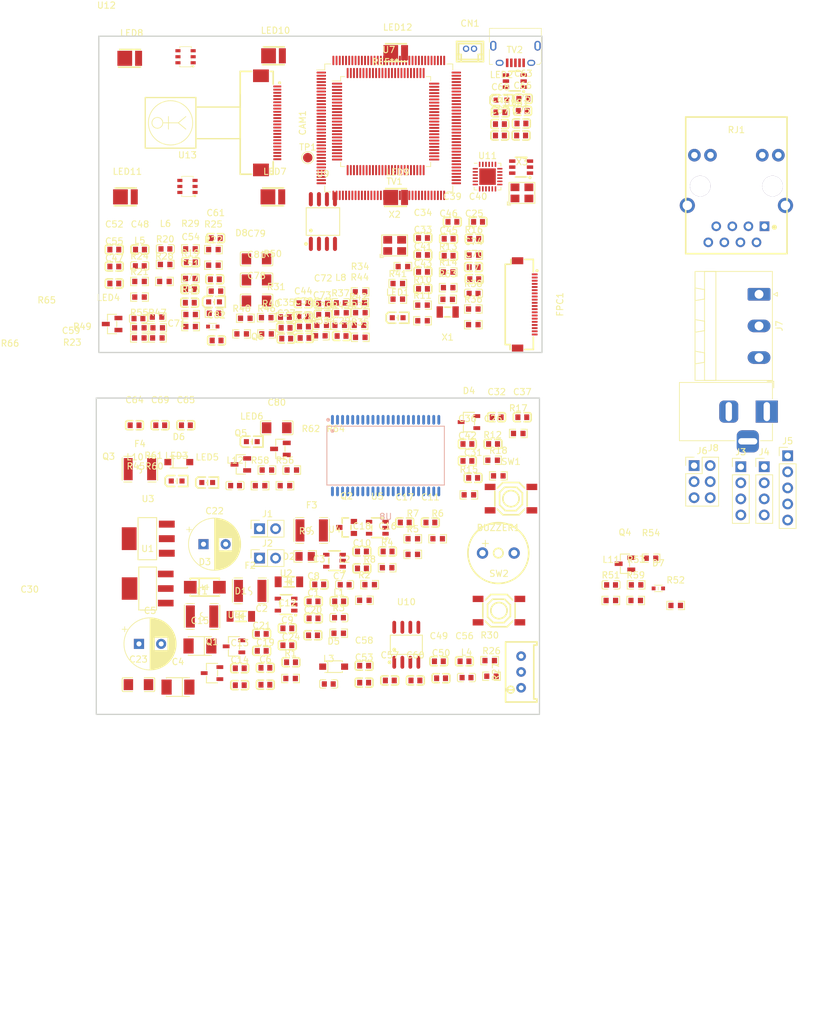
<source format=kicad_pcb>
(kicad_pcb (version 20211014) (generator pcbnew)
  (layers (0 "F.Cu" signal) (1 "In1.Cu" signal) (2 "In2.Cu" signal) (31 "B.Cu" signal) (34 "B.Paste" user) (35 "F.Paste" user) (36 "B.SilkS" user "B.Silkscreen") (37 "F.SilkS" user "F.Silkscreen") (38 "B.Mask" user) (39 "F.Mask" user) (44 "Edge.Cuts" user))
  (property "BOARDNAME" "CCTV3_F407ZET_REV100")
  (net 0 "")
  (net 1 "GND")
  (net 2 "Net-(BUZZER1-Pad2)")
  (net 3 "+5V")
  (net 4 "+12V")
  (net 5 "/POWER/LDO_5V")
  (net 6 "Net-(C5-Pad1)")
  (net 7 "+3V3")
  (net 8 "/POWER/LDO_3.3V")
  (net 9 "+2V8")
  (net 10 "Net-(C18-Pad1)")
  (net 11 "+3.3V")
  (net 12 "+2V5")
  (net 13 "GNDA")
  (net 14 "VDDA")
  (net 15 "Net-(C40-Pad2)")
  (net 16 "Net-(C41-Pad1)")
  (net 17 "Net-(C42-Pad1)")
  (net 18 "Net-(C43-Pad1)")
  (net 19 "Net-(C44-Pad1)")
  (net 20 "Net-(C45-Pad1)")
  (net 21 "Net-(C46-Pad1)")
  (net 22 "VDDF")
  (net 23 "+1V35")
  (net 24 "PE3")
  (net 25 "PA3")
  (net 26 "Net-(C63-Pad2)")
  (net 27 "RXCT")
  (net 28 "TXP")
  (net 29 "TXN")
  (net 30 "RXP")
  (net 31 "RXN")
  (net 32 "Net-(C75-Pad1)")
  (net 33 "Net-(C76-Pad1)")
  (net 34 "NRST")
  (net 35 "Net-(C78-Pad1)")
  (net 36 "Net-(C80-Pad1)")
  (net 37 "Net-(C82-Pad1)")
  (net 39 "PB9")
  (net 40 "PB8")
  (net 41 "PB7")
  (net 42 "PE2")
  (net 43 "PA4")
  (net 44 "PE6")
  (net 45 "MCO1")
  (net 46 "PB6")
  (net 47 "PA6")
  (net 48 "PE4")
  (net 49 "PA9")
  (net 50 "PC9")
  (net 51 "PC7")
  (net 52 "PC8")
  (net 55 "Net-(D1-Pad1)")
  (net 56 "Net-(D2-Pad1)")
  (net 57 "Net-(D5-Pad2)")
  (net 58 "Net-(D5-Pad1)")
  (net 59 "Net-(D6-Pad2)")
  (net 60 "Net-(F4-Pad2)")
  (net 61 "VBUS")
  (net 62 "Net-(J2-Pad2)")
  (net 63 "Net-(J3-Pad1)")
  (net 64 "PA13")
  (net 65 "PA14")
  (net 66 "Net-(J4-Pad1)")
  (net 67 "PC11")
  (net 68 "PC10")
  (net 69 "Net-(J5-Pad5)")
  (net 70 "Net-(J6-Pad3)")
  (net 71 "Net-(J6-Pad4)")
  (net 72 "+12VA")
  (net 73 "Net-(L8-Pad1)")
  (net 74 "Net-(L10-Pad1)")
  (net 75 "Net-(LED1-Pad2)")
  (net 76 "/PHY,Ethernet/LINK")
  (net 77 "Net-(LED2-Pad2)")
  (net 78 "/PHY,Ethernet/SPD")
  (net 79 "Net-(LED3-Pad2)")
  (net 80 "Net-(LED4-Pad2)")
  (net 81 "Net-(LED5-Pad2)")
  (net 82 "Net-(LED6-Pad2)")
  (net 83 "Net-(LED7-Pad2)")
  (net 84 "Net-(LED7-Pad1)")
  (net 85 "Net-(LED8-Pad2)")
  (net 86 "Net-(LED10-Pad2)")
  (net 87 "Net-(LED10-Pad1)")
  (net 88 "Net-(LED11-Pad2)")
  (net 89 "Net-(Q3-Pad1)")
  (net 90 "Net-(Q3-Pad3)")
  (net 91 "Net-(Q4-Pad1)")
  (net 92 "Net-(Q4-Pad3)")
  (net 93 "Net-(Q5-Pad1)")
  (net 94 "Net-(Q5-Pad3)")
  (net 95 "Net-(Q6-Pad1)")
  (net 96 "Net-(R1-Pad2)")
  (net 97 "Net-(R4-Pad1)")
  (net 98 "Net-(R7-Pad2)")
  (net 99 "Net-(R8-Pad1)")
  (net 100 "PDR_ON")
  (net 101 "BOOT0")
  (net 102 "BOOT1")
  (net 103 "PG12")
  (net 104 "Net-(R24-Pad2)")
  (net 105 "Net-(R24-Pad1)")
  (net 106 "PB12")
  (net 107 "Net-(R27-Pad2)")
  (net 108 "Net-(R27-Pad1)")
  (net 110 "PA7")
  (net 111 "PC5")
  (net 112 "PC4")
  (net 113 "Net-(R40-Pad1)")
  (net 114 "Net-(R41-Pad2)")
  (net 115 "/USB,LED,BUZZ,IO,BTB/ID")
  (net 116 "PA10")
  (net 117 "PF11")
  (net 118 "PG15")
  (net 119 "/USB,LED,BUZZ,IO,BTB/VSYNC")
  (net 120 "PF6")
  (net 121 "Net-(R59-Pad2)")
  (net 122 "PA0")
  (net 123 "PF7")
  (net 124 "Net-(R64-Pad2)")
  (net 125 "PF8")
  (net 126 "Net-(R66-Pad2)")
  (net 129 "PA11")
  (net 130 "PA12")
  (net 131 "PE5")
  (net 132 "PC13")
  (net 133 "PF0")
  (net 134 "PF1")
  (net 135 "PF2")
  (net 136 "PF4")
  (net 137 "PF5")
  (net 138 "PF9")
  (net 139 "PF10")
  (net 140 "PC0")
  (net 141 "PC1")
  (net 142 "PC2")
  (net 143 "PC3")
  (net 144 "PA1")
  (net 145 "PA2")
  (net 146 "PA5")
  (net 147 "PB0")
  (net 148 "PB1")
  (net 149 "PF12")
  (net 150 "PF13")
  (net 151 "PF14")
  (net 152 "PF15")
  (net 153 "PG0")
  (net 154 "PG1")
  (net 155 "PE7")
  (net 156 "PE8")
  (net 157 "PE9")
  (net 158 "PE10")
  (net 159 "PE11")
  (net 160 "PE12")
  (net 161 "PE13")
  (net 162 "PE14")
  (net 163 "PE15")
  (net 164 "PB10")
  (net 165 "PB11")
  (net 166 "PB13")
  (net 167 "PB14")
  (net 168 "PB15")
  (net 169 "PD8")
  (net 170 "PD9")
  (net 171 "PD10")
  (net 172 "PD11")
  (net 173 "PD12")
  (net 174 "PD13")
  (net 175 "PD14")
  (net 176 "PD15")
  (net 177 "PG2")
  (net 178 "PG3")
  (net 179 "PG4")
  (net 180 "PG5")
  (net 181 "PG6")
  (net 182 "PG7")
  (net 183 "PG8")
  (net 184 "PC6")
  (net 185 "PA15")
  (net 186 "PC12")
  (net 187 "PD0")
  (net 188 "PD1")
  (net 189 "PD2")
  (net 190 "PD3")
  (net 191 "PD4")
  (net 192 "PD5")
  (net 193 "PD6")
  (net 194 "PD7")
  (net 195 "PG9")
  (net 196 "PG10")
  (net 197 "PG11")
  (net 198 "PG13")
  (net 199 "PG14")
  (net 200 "PB3")
  (net 201 "PB4")
  (net 202 "PB5")
  (net 203 "PE0")
  (net 204 "PE1")
  (net 205 "PF3")
  (net 208 "Net-(D4-Pad2)")
  (footprint "lcsc_parts:R0603" (layer "F.Cu") (at 111.2 115.7)
    (fp_text reference "R59")
    (fp_text value "0R")
  )
  (footprint "lcsc_parts:LED0603-R-RD_WHITE" (layer "F.Cu") (at 43.52 97.05)
    (fp_text reference "LED5")
    (fp_text value "0603")
  )
  (footprint "lcsc_parts:SOT-23-6_L2.9-W1.6-P0.95-LS2.8-BR" (layer "F.Cu") (at 93.1 47.2)
    (fp_text reference "TV1")
    (fp_text value "SRV05-4-P-T7")
  )
  (footprint "lcsc_parts:MICRO-USB-SMD_10118194-0001LF" (layer "F.Cu") (at 92.2 29.3625 180)
    (fp_text reference "USB1")
    (fp_text value "Micro")
  )
  (footprint "lcsc_parts:R0603" (layer "F.Cu") (at 40.9 72.4)
    (fp_text reference "R49")
    (fp_text value "0R")
  )
  (footprint "lcsc_parts:SOT-23-5_L3.0-W1.7-P0.95-LS2.8-BR" (layer "F.Cu") (at 63.625 109.41)
    (fp_text reference "U4")
    (fp_text value "MT9700")
  )
  (footprint "lcsc_parts:R0603" (layer "F.Cu") (at 64.45 72.2)
    (fp_text reference "R43")
    (fp_text value "4.7k")
  )
  (footprint "lcsc_parts:C0603" (layer "F.Cu") (at 84.62 93.64)
    (fp_text reference "C42")
    (fp_text value "100nF")
  )
  (footprint "Package_DFN_QFN:QFN-24-1EP_4x4mm_P0.5mm_EP2.6x2.6mm" (layer "F.Cu") (at 87.8 48.7)
    (fp_text reference "U11")
    (fp_text value "LAN8720A")
  )
  (footprint "lcsc_parts:SOT-23_L2.9-W1.3-P1.90-LS2.4-BR" (layer "F.Cu") (at 65.535 104.15)
    (fp_text reference "Q2")
    (fp_text value "AO3401A")
  )
  (footprint "lcsc_parts:R0603" (layer "F.Cu") (at 40.9 70.5)
    (fp_text reference "R57")
    (fp_text value "22k")
  )
  (footprint "lcsc_parts:CONN-TH_0530470210" (layer "F.Cu") (at 85.0275 28.4825)
    (fp_text reference "CN1")
    (fp_text value "VBAT")
  )
  (footprint "lcsc_parts:OSC-SMD_4P-L3.2-W2.5-BL" (layer "F.Cu") (at 73.13 59.57)
    (fp_text reference "X2")
    (fp_text value "25M")
  )
  (footprint "lcsc_parts:C0603" (layer "F.Cu") (at 52.13 120.98)
    (fp_text reference "C2")
    (fp_text value "1uF")
  )
  (footprint "lcsc_parts:R0603" (layer "F.Cu") (at 67.66 66.91)
    (fp_text reference "R34")
    (fp_text value "10k")
  )
  (footprint "lcsc_parts:LED-SMD_L3.3-W2.8-RD" (layer "F.Cu") (at 30.9075 51.9)
    (fp_text reference "LED11")
    (fp_text value "JE2835AWT")
  )
  (footprint "lcsc_parts:R0603" (layer "F.Cu") (at 85.63 61.1)
    (fp_text reference "R16")
    (fp_text value "10k")
  )
  (footprint "lcsc_parts:R0603" (layer "F.Cu") (at 56.69 128.03)
    (fp_text reference "R1")
    (fp_text value "4.7k")
  )
  (footprint "lcsc_parts:C0603" (layer "F.Cu") (at 64.74 73.89)
    (fp_text reference "C29")
    (fp_text value "100nF")
  )
  (footprint "lcsc_parts:R0603" (layer "F.Cu") (at 64.73 70.22)
    (fp_text reference "R37")
    (fp_text value "49.9R")
  )
  (footprint "lcsc_parts:C0603" (layer "F.Cu") (at 72.3575 128.34)
    (fp_text reference "C57")
    (fp_text value "100nF")
  )
  (footprint "lcsc_parts:R0805" (layer "F.Cu") (at 58.99 108.73)
    (fp_text reference "R9")
    (fp_text value "800R")
  )
  (footprint "lcsc_parts:R0603" (layer "F.Cu") (at 35.6 70.9)
    (fp_text reference "R61")
    (fp_text value "1k")
  )
  (footprint "lcsc_parts:R0603" (layer "F.Cu") (at 111.26 113.23)
    (fp_text reference "R53")
    (fp_text value "1k")
  )
  (footprint "lcsc_parts:L0603" (layer "F.Cu") (at 32.66 71.14)
    (fp_text reference "L10")
    (fp_text value "600R")
  )
  (footprint "lcsc_parts:L0603" (layer "F.Cu") (at 47.92 97.54)
    (fp_text reference "L12")
    (fp_text value "600R")
  )
  (footprint "lcsc_parts:SW-SMD_4P-L5.1-W5.1-P3.70-LS6.5-TL-2" (layer "F.Cu") (at 91.5 99.6)
    (fp_text reference "SW1")
    (fp_text value "BTN-TS-1187A-B-A-B")
  )
  (footprint "lcsc_parts:R0603" (layer "F.Cu") (at 52.89 73.56)
    (fp_text reference "R46")
    (fp_text value "330")
  )
  (footprint "lcsc_parts:SOT-23-6_L2.9-W1.6-P0.95-LS2.8-BR" (layer "F.Cu") (at 92.1 33.6)
    (fp_text reference "TV2")
    (fp_text value "SRV05-4-P-T7")
  )
  (footprint "lcsc_parts:C0603" (layer "F.Cu") (at 77.6 63.76)
    (fp_text reference "C41")
    (fp_text value "15pF")
  )
  (footprint "lcsc_parts:L0603" (layer "F.Cu") (at 32.87 62.81)
    (fp_text reference "L5")
    (fp_text value "600R")
  )
  (footprint "lcsc_parts:F1812" (layer "F.Cu") (at 32.89 94.94)
    (fp_text reference "F4")
    (fp_text value "750mA")
  )
  (footprint "lcsc_parts:C1206" (layer "F.Cu") (at 32.66 129)
    (fp_text reference "C23")
    (fp_text value "10uF")
  )
  (footprint "lcsc_parts:OV2640_7mm_FPC-05F-24PH20" (layer "F.Cu") (at 53.3 40.2 -90)
    (fp_text reference "CAM1")
    (fp_text value "OV2640_7mm_FPC-05F-24PH20")
  )
  (footprint "lcsc_parts:R0603" (layer "F.Cu") (at 73.62 68.07)
    (fp_text reference "R41")
    (fp_text value "12.1k")
  )
  (footprint "lcsc_parts:SOT-223-3_L6.5-W3.4-P2.30-LS7.0-BR" (layer "F.Cu") (at 34.165 105.93)
    (fp_text reference "U3")
    (fp_text value "AMS1117-3.3")
  )
  (footprint "lcsc_parts:C0603" (layer "F.Cu") (at 78.77 103.37)
    (fp_text reference "C11")
    (fp_text value "10uF")
  )
  (footprint "lcsc_parts:R0603" (layer "F.Cu") (at 32.83 67.74)
    (fp_text reference "R21")
    (fp_text value "4.7k")
  )
  (footprint "lcsc_parts:L0603" (layer "F.Cu") (at 62.7175 128.9)
    (fp_text reference "L3")
    (fp_text value "600R")
  )
  (footprint "lcsc_parts:LED0603-R-RD_WHITE" (layer "F.Cu") (at 73.6 71)
    (fp_text reference "LED1")
    (fp_text value "NC")
  )
  (footprint "Capacitor_THT:CP_Radial_D8.0mm_P3.50mm" (layer "F.Cu") (at 42.934698 106.8)
    (fp_text reference "C22")
    (fp_text value "100uF")
  )
  (footprint "lcsc_parts:C0603" (layer "F.Cu") (at 55.8 70.9)
    (fp_text reference "C30")
    (fp_text value "100nF")
  )
  (footprint "Connector_Phoenix_MSTB:PhoenixContact_MSTBA_2,5_3-G_1x03_P5.00mm_Horizontal" (layer "F.Cu") (at 130.6775 67.3 -90)
    (fp_text reference "J7")
    (fp_text value "Conn_4-20mA")
  )
  (footprint "lcsc_parts:SOD-123F_L2.7-W1.6-LS3.8-RD" (layer "F.Cu") (at 63.4925 126.16)
    (fp_text reference "D5")
    (fp_text value "1N4148W")
  )
  (footprint "lcsc_parts:SOT-23-3_L2.9-W1.3-P1.90-LS2.4-BR" (layer "F.Cu") (at 28.5 72)
    (fp_text reference "Q3")
    (fp_text value "S9013J3")
  )
  (footprint "lcsc_parts:SOD-523_L1.2-W0.8-LS1.6-BI" (layer "F.Cu") (at 44.4 72.4)
    (fp_text reference "D8")
    (fp_text value "PESD3V3S1BA-N")
  )
  (footprint "lcsc_parts:R0603" (layer "F.Cu") (at 77.53 69.01)
    (fp_text reference "R10")
    (fp_text value "10k")
  )
  (footprint "Connector_PinHeader_2.54mm:PinHeader_2x01_P2.54mm_Vertical" (layer "F.Cu") (at 51.78 109)
    (fp_text reference "J2")
    (fp_text value "Jmp_3.3V")
  )
  (footprint "lcsc_parts:C1206" (layer "F.Cu") (at 54.5 88.4)
    (fp_text reference "C80")
    (fp_text value "10uF")
  )
  (footprint "lcsc_parts:R0603" (layer "F.Cu") (at 67.7 74.1)
    (fp_text reference "R35")
    (fp_text value "10k")
  )
  (footprint "lcsc_parts:SOT-23-3_L2.9-W1.6-P1.90-LS2.8-BR" (layer "F.Cu") (at 47.75 122.95)
    (fp_text reference "U6")
    (fp_text value "CJ431")
  )
  (footprint "lcsc_parts:RES-ADJ-TH_3P-L10.0-W10.0-P2.50-L" (layer "F.Cu") (at 93.1 127 90)
    (fp_text reference "R27")
    (fp_text value "10K")
  )
  (footprint "lcsc_parts:R0603" (layer "F.Cu") (at 56.88 95.08)
    (fp_text reference "R64")
    (fp_text value "20R")
  )
  (footprint "lcsc_parts:C0603" (layer "F.Cu") (at 81.65 58.53)
    (fp_text reference "C46")
    (fp_text value "15pF")
  )
  (footprint "lcsc_parts:OSC-SMD_4P-L3.2-W2.5-BL" (layer "F.Cu") (at 93.23 51.27)
    (fp_text reference "X3")
    (fp_text value "25M")
  )
  (footprint "lcsc_parts:C0603" (layer "F.Cu") (at 32.9 60.23)
    (fp_text reference "C48")
    (fp_text value "22uF")
  )
  (footprint "lcsc_parts:L0603" (layer "F.Cu") (at 36.92 60.13)
    (fp_text reference "L6")
    (fp_text value "600R")
  )
  (footprint "lcsc_parts:R0603" (layer "F.Cu") (at 73.62 65.6)
    (fp_text reference "R40")
    (fp_text value "10k")
  )
  (footprint "lcsc_parts:R0603" (layer "F.Cu") (at 88.1375 125.2)
    (fp_text reference "R30")
    (fp_text value "120R")
  )
  (footprint "lcsc_parts:R0603" (layer "F.Cu") (at 52.84 70.99)
    (fp_text reference "R50")
    (fp_text value "47k")
  )
  (footprint "lcsc_parts:C1206" (layer "F.Cu") (at 51.31 68.36)
    (fp_text reference "C78")
    (fp_text value "10uF")
  )
  (footprint "lcsc_parts:C0603" (layer "F.Cu") (at 56.76 125.46)
    (fp_text reference "C24")
    (fp_text value "100nF")
  )
  (footprint "lcsc_parts:C0603" (layer "F.Cu") (at 45 74.6)
    (fp_text reference "C82")
    (fp_text value "100nF")
  )
  (footprint "lcsc_parts:C0603" (layer "F.Cu") (at 68.3075 128.69)
    (fp_text reference "C53")
    (fp_text value "10uF")
  )
  (footprint "lcsc_parts:SOT-23-3_L2.9-W1.6-P1.90-LS2.8-BR" (layer "F.Cu") (at 44.28 127.18)
    (fp_text reference "Q1")
    (fp_text value "AO3400A")
  )
  (footprint "lcsc_parts:R0603" (layer "F.Cu") (at 64.29 120.88)
    (fp_text reference "R3")
    (fp_text value "4.7k")
  )
  (footprint "lcsc_parts:SOT-23-5_L3.0-W1.7-P0.95-LS2.8-BR" (layer "F.Cu") (at 70.385 104.2)
    (fp_text reference "U5")
    (fp_text value "RT9193-28GB")
  )
  (footprint "Connector_BarrelJack:BarrelJack_Horizontal" (layer "F.Cu") (at 131.9 85.8425)
    (fp_text reference "J8")
    (fp_text value "DC_Jack")
  )
  (footprint "lcsc_parts:FC-135R_L3.2-W1.5" (layer "F.Cu") (at 81.5 70.1 180)
    (fp_text reference "X1")
    (fp_text value "32.768k")
  )
  (footprint "lcsc_parts:R0603" (layer "F.Cu") (at 68.34 115.67)
    (fp_text reference "R2")
    (fp_text value "4.7k")
  )
  (footprint "lcsc_parts:R0603" (layer "F.Cu") (at 32.8 72.6)
    (fp_text reference "R45")
    (fp_text value "330")
  )
  (footprint "lcsc_parts:R0603" (layer "F.Cu") (at 79.92 105.94)
    (fp_text reference "R6")
    (fp_text value "47k")
  )
  (footprint "lcsc_parts:R0603" (layer "F.Cu") (at 85.55 72.1)
    (fp_text reference "R36")
    (fp_text value "49.9R")
  )
  (footprint "lcsc_parts:C0603" (layer "F.Cu") (at 56 74.3)
    (fp_text reference "C27")
    (fp_text value "100nF")
  )
  (footprint "lcsc_parts:L0603" (layer "F.Cu") (at 107.31 113.24)
    (fp_text reference "L11")
    (fp_text value "600R")
  )
  (footprint "Connector_PinHeader_2.54mm:PinHeader_1x04_P2.54mm_Vertical" (layer "F.Cu") (at 131.5 94.56)
    (fp_text reference "J4")
    (fp_text value "UART")
  )
  (footprint "lcsc_parts:C0603" (layer "F.Cu") (at 58.9 74.2)
    (fp_text reference "C28")
    (fp_text value "100nF")
  )
  (footprint "lcsc_parts:C0603" (layer "F.Cu") (at 89.24 86.73)
    (fp_text reference "C32")
    (fp_text value "100nF")
  )
  (footprint "Connector_PinHeader_2.54mm:PinHeader_2x03_P2.54mm_Vertical" (layer "F.Cu") (at 120.425 94.375)
    (fp_text reference "J6")
    (fp_text value "Conn_Boot")
  )
  (footprint "lcsc_parts:C0603" (layer "F.Cu") (at 77.6 58.4)
    (fp_text reference "C34")
    (fp_text value "100nF")
  )
  (footprint "lcsc_parts:L0603" (layer "F.Cu") (at 85.59 67.17)
    (fp_text reference "L7")
    (fp_text value "600R")
  )
  (footprint "lcsc_parts:R0603" (layer "F.Cu") (at 55.8 97.55)
    (fp_text reference "R56")
    (fp_text value "22k")
  )
  (footprint "lcsc_parts:C0603" (layer "F.Cu") (at 58.7 70.8)
    (fp_text reference "C44")
    (fp_text value "2.2uF")
  )
  (footprint "lcsc_parts:SOIC-8_L4.9-W3.9-P1.27-LS6.0-BL" (layer "F.Cu") (at 74.9725 122.7)
    (fp_text reference "U10")
    (fp_text value "OP07CDR")
  )
  (footprint "lcsc_parts:C0603" (layer "F.Cu") (at 32.05 88)
    (fp_text reference "C64")
    (fp_text value "470pF")
  )
  (footprint "lcsc_parts:L0603" (layer "F.Cu") (at 64.33 118.42)
    (fp_text reference "L1")
    (fp_text value "600R")
  )
  (footprint "lcsc_parts:C0603" (layer "F.Cu") (at 36.1 88)
    (fp_text reference "C69")
    (fp_text value "10uF")
  )
  (footprint "lcsc_parts:R0603" (layer "F.Cu") (at 44.6 70.3)
    (fp_text reference "R65")
    (fp_text value "10k")
  )
  (footprint "lcsc_parts:R0603" (layer "F.Cu") (at 113.62 109.02)
    (fp_text reference "R54")
    (fp_text value "330")
  )
  (footprint "lcsc_parts:C0603" (layer "F.Cu") (at 89.75 40.4)
    (fp_text reference "C62")
    (fp_text value "100nF")
  )
  (footprint "lcsc_parts:SOT-23-3_L2.9-W1.3-P1.90-LS2.4-BR" (layer "F.Cu") (at 48.83 94.19)
    (fp_text reference "Q5")
    (fp_text value "S9013J3")
  )
  (footprint "lcsc_parts:C0603" (layer "F.Cu") (at 77.6 66.44)
    (fp_text reference "C43")
    (fp_text value "2.2uF")
  )
  (footprint "lcsc_parts:F1812" (layer "F.Cu") (at 60.02 104.63)
    (fp_text reference "F3")
    (fp_text value "FUSE 0.75A")
  )
  (footprint "lcsc_parts:CAP-SMD_L3.5-W2.8" (layer "F.Cu") (at 38.9 129.39)
    (fp_text reference "C4")
    (fp_text value "100uF")
  )
  (footprint "Connector_PinHeader_2.54mm:PinHeader_1x05_P2.54mm_Vertical" (layer "F.Cu") (at 135.2 92.825)
    (fp_text reference "J5")
    (fp_text value "FireDAP-SWD")
  )
  (footprint "lcsc_parts:C0603" (layer "F.Cu") (at 93.1 42.2)
    (fp_text reference "C75")
    (fp_text value "15pF")
  )
  (footprint "lcsc_parts:C0603" (layer "F.Cu") (at 60.23 121.2)
    (fp_text reference "C20")
    (fp_text value "1uF")
  )
  (footprint "lcsc_parts:C0603" (layer "F.Cu") (at 60.31 118.52)
    (fp_text reference "C1")
    (fp_text value "100nF")
  )
  (footprint "lcsc_parts:LED0603-R-RD_WHITE" (layer "F.Cu") (at 90 36.6)
    (fp_text reference "LED2")
    (fp_text value "NC")
  )
  (footprint "lcsc_parts:C0603" (layer "F.Cu") (at 86.3 55.85)
    (fp_text reference "C40")
    (fp_text value "15pF")
  )
  (footprint "lcsc_parts:R0603" (layer "F.Cu") (at 32.8 74.2)
    (fp_text reference "R55")
    (fp_text value "22k")
  )
  (footprint "lcsc_parts:R0603" (layer "F.Cu") (at 77.53 71.48)
    (fp_text reference "R11")
    (fp_text value "100k")
  )
  (footprint "lcsc_parts:C0603" (layer "F.Cu") (at 28.85 60.23)
    (fp_text reference "C52")
    (fp_text value "100nF")
  )
  (footprint "lcsc_parts:C0603" (layer "F.Cu") (at 48.66 129.09)
    (fp_text reference "C14")
    (fp_text value "10uF")
  )
  (footprint "lcsc_parts:R0603" (layer "F.Cu") (at 81.58 66.25)
    (fp_text reference "R14")
    (fp_text value "0R")
  )
  (footprint "lcsc_parts:R0603" (layer "F.Cu") (at 36.88 62.59)
    (fp_text reference "R20")
    (fp_text value "4.7k")
  )
  (footprint "lcsc_parts:R0603" (layer "F.Cu") (at 69.18 113.2)
    (fp_text reference "R8")
    (fp_text value "6.8k")
  )
  (footprint "lcsc_parts:C0603" (layer "F.Cu") (at 72.01 107.95)
    (fp_text reference "C16")
    (fp_text value "10uF")
  )
  (footprint "lcsc_parts:BUZ-TH_BD9.6-P5.00-D0.7-FD" (layer "F.Cu") (at 89.5 108.2)
    (fp_text reference "BUZZER1")
    (fp_text value "HNB09A05")
  )
  (footprint "lcsc_parts:R0603" (layer "F.Cu") (at 48.96 73.56)
    (fp_text reference "R48")
    (fp_text value "0")
  )
  (footprint "lcsc_parts:R0603" (layer "F.Cu") (at 117.515 116.485)
    (fp_text reference "R52")
    (fp_text value "47k")
  )
  (footprint "lcsc_parts:LED-SMD_L3.3-W2.8-RD" (layer "F.Cu") (at 73.6 29.1)
    (fp_text reference "LED12")
    (fp_text value "JE2835AWT")
  )
  (footprint "lcsc_parts:C0603" (layer "F.Cu") (at 58.7 68.7)
    (fp_text reference "C71")
    (fp_text value "10pF")
  )
  (footprint "lcsc_parts:R0603" (layer "F.Cu") (at 44.5 62.7)
    (fp_text reference "R22")
    (fp_text value "10k")
  )
  (footprint "lcsc_parts:R0603" (layer "F.Cu") (at 84.85 99)
    (fp_text reference "R15")
    (fp_text value "0R")
  )
  (footprint "lcsc_parts:SOD-123F_L2.7-W1.6-LS3.8-RD" (layer "F.Cu") (at 39.035 93.83)
    (fp_text reference "D6")
    (fp_text value "1N4148W")
  )
  (footprint "lcsc_parts:C0603" (layer "F.Cu") (at 40.15 88)
    (fp_text reference "C65")
    (fp_text value "100nF")
  )
  (footprint "lcsc_parts:R0603" (layer "F.Cu") (at 35.7 72.6)
    (fp_text reference "R60")
    (fp_text value "1k")
  )
  (footprint "lcsc_parts:R0603" (layer "F.Cu") (at 61.39 73.86)
    (fp_text reference "R33")
    (fp_text value "10k")
  )
  (footprint "lcsc_parts:C0603" (layer "F.Cu") (at 85.52 96.32)
    (fp_text reference "C31")
    (fp_text value "100nF")
  )
  (footprint "lcsc_parts:R0603" (layer "F.Cu") (at 88.6 93.53)
    (fp_text reference "R12")
    (fp_text value "100k")
  )
  (footprint "lcsc_parts:R0603" (layer "F.Cu") (at 88.4275 127.67)
    (fp_text reference "R26")
    (fp_text value "5.1k")
  )
  (footprint "lcsc_parts:C0603" (layer "F.Cu") (at 58.8 72.4)
    (fp_text reference "C38")
    (fp_text value "100nF")
  )
  (footprint "lcsc_parts:C0603" (layer "F.Cu") (at 76.4075 128.34)
    (fp_text reference "C60")
    (fp_text value "100nF")
  )
  (footprint "lcsc_parts:C0603" (layer "F.Cu") (at 77.6 61.08)
    (fp_text reference "C33")
    (fp_text value "100nF")
  )
  (footprint "lcsc_parts:SOT-23-3_L2.9-W1.3-P1.90-LS2.4-BR" (layer "F.Cu") (at 109.5 109.89)
    (fp_text reference "Q4")
    (fp_text value "S9013J3")
  )
  (footprint "lcsc_parts:R0603" (layer "F.Cu") (at 67.71 70.21)
    (fp_text reference "R42")
    (fp_text value "4.7k")
  )
  (footprint "lcsc_parts:C0603" (layer "F.Cu") (at 80.1075 125.31)
    (fp_text reference "C49")
    (fp_text value "4.7uF")
  )
  (footprint "lcsc_parts:SOIC-8_L5.3-W5.3-P1.27-LS8.0-BL" (layer "F.Cu") (at 61.8 55.8)
    (fp_text reference "U9")
    (fp_text value "W25Q128JVSIQTR")
  )
  (footprint "lcsc_parts:LED0603-R-RD_WHITE" (layer "F.Cu") (at 38.69 96.81)
    (fp_text reference "LED3")
    (fp_text value "0603")
  )
  (footprint "Package_QFP:LQFP-100_14x14mm_P0.5mm" (layer "F.Cu") (at 71.7 40)
    (fp_text reference "REF**")
    (fp_text value "LQFP-100_14x14mm_P0.5mm")
  )
  (footprint "lcsc_parts:L0603" (layer "F.Cu") (at 84.4775 127.89)
    (fp_text reference "L4")
    (fp_text value "600R")
  )
  (footprint "lcsc_parts:SOT-23-5_L3.0-W1.7-P0.95-LS2.8-BR" (layer "F.Cu") (at 55.975 116.35)
    (fp_text reference "U2")
    (fp_text value "MT9700")
  )
  (footprint "lcsc_parts:C0603" (layer "F.Cu") (at 40.8 66.5)
    (fp_text reference "C51")
    (fp_text value "100nF")
  )
  (footprint "lcsc_parts:C0603" (layer "F.Cu") (at 44.72 64.93)
    (fp_text reference "C59")
    (fp_text value "100nF")
  )
  (footprint "lcsc_parts:R0603" (layer "F.Cu") (at 85.55 69.63)
    (fp_text reference "R38")
    (fp_text value "49.9R")
  )
  (footprint "lcsc_parts:R0603" (layer "F.Cu") (at 40.87 60.12)
    (fp_text reference "R29")
    (fp_text value "51R")
  )
  (footprint "lcsc_parts:C0603" (layer "F.Cu") (at 28.85 65.59)
    (fp_text reference "C47")
    (fp_text value "10uF")
  )
  (footprint "lcsc_parts:FPC-SMD_20P-P0.50_XUNPU_FPC-05F-20PH15" (layer "F.Cu") (at 93.8925 68.9 -90)
    (fp_text reference "FPC1")
    (fp_text value "FPC-05F-20PH15")
  )
  (footprint "lcsc_parts:LED-SMD_L3.3-W2.8-RD" (layer "F.Cu") (at 54.2 51.9)
    (fp_text reference "LED7")
    (fp_text value "JE2835AWT")
  )
  (footprint "lcsc_parts:C0603" (layer "F.Cu") (at 68.3075 126.01)
    (fp_text reference "C58")
    (fp_text value "1uF")
  )
  (footprint "lcsc_parts:LL-34_L3.5-W1.5-RD" (layer "F.Cu") (at 48.825 118.21)
    (fp_text reference "D1")
    (fp_text value "ZMM10")
  )
  (footprint "lcsc_parts:C0603" (layer "F.Cu") (at 85.7 64.9)
    (fp_text reference "C70")
    (fp_text value "10pF")
  )
  (footprint "lcsc_parts:C1206" (layer "F.Cu") (at 51.31 61.7)
    (fp_text reference "C79")
    (fp_text value "10uF")
  )
  (footprint "lcsc_parts:LED0603-R-RD_WHITE" (layer "F.Cu") (at 50.56 90.59)
    (fp_text reference "LED6")
    (fp_text value "0603")
  )
  (footprint "lcsc_parts:C0603" (layer "F.Cu") (at 85.7 58.53)
    (fp_text reference "C25")
    (fp_text value "4.7uF")
  )
  (footprint "lcsc_parts:C0603" (layer "F.Cu") (at 85.6 63)
    (fp_text reference "C74")
    (fp_text value "100nF")
  )
  (footprint "lcsc_parts:C0603" (layer "F.Cu") (at 84.62 90.96)
    (fp_text reference "C36")
    (fp_text value "100nF")
  )
  (footprint "lcsc_parts:R0603" (layer "F.Cu") (at 32.83 65.27)
    (fp_text reference "R24")
    (fp_text value "1k")
  )
  (footprint "Capacitor_THT:CP_Radial_D8.0mm_P3.50mm" (layer "F.Cu") (at 32.744698 122.56)
    (fp_text reference "C5")
    (fp_text value "100uF")
  )
  (footprint "lcsc_parts:R0603" (layer "F.Cu") (at 52.95 95.08)
    (fp_text reference "R62")
    (fp_text value "4.7k")
  )
  (footprint "lcsc_parts:C0603" (layer "F.Cu") (at 61.21 113.16)
    (fp_text reference "C3")
    (fp_text value "10uF")
  )
  (footprint "lcsc_parts:SC-74-6_L2.9-W1.6-P0.95-LS2.5-BR" (layer "F.Cu") (at 40.1 29.75)
    (fp_text reference "U12")
    (fp_text value "BCR421UE6327")
  )
  (footprint "lcsc_parts:R0603" (layer "F.Cu") (at 36.76 65.27)
    (fp_text reference "R28")
    (fp_text value "124k")
  )
  (footprint "lcsc_parts:C0603" (layer "F.Cu") (at 88.67 90.96)
    (fp_text reference "C26")
    (fp_text value "100nF")
  )
  (footprint "lcsc_parts:R0603" (layer "F.Cu") (at 92.65 89.3)
    (fp_text reference "R17")
    (fp_text value "10k")
  )
  (footprint "lcsc_parts:R0603" (layer "F.Cu") (at 44.9 66.8)
    (fp_text reference "R23")
    (fp_text value "10k")
  )
  (footprint "lcsc_parts:RJ45-TH_HR913550A" (layer "F.Cu") (at 127.1 52.2)
    (fp_text reference "RJ1")
    (fp_text value "HR913550A")
  )
  (footprint "lcsc_parts:LED-SMD_L3.3-W2.8-RD" (layer "F.Cu") (at 73.6 52)
    (fp_text reference "LED9")
    (fp_text value "JE2835AWT")
  )
  (footprint "lcsc_parts:R0603" (layer "F.Cu") (at 89.5 96)
    (fp_text reference "R18")
    (fp_text value "0R")
  )
  (footprint "lcsc_parts:R0603" (layer "F.Cu") (at 81.58 63.78)
    (fp_text reference "R13")
    (fp_text value "NC")
  )
  (footprint "lcsc_parts:C0603" (layer "F.Cu") (at 93.15 40.3)
    (fp_text reference "C76")
    (fp_text value "15pF")
  )
  (footprint "lcsc_parts:R0603" (layer "F.Cu") (at 75.99 108.41)
    (fp_text reference "R5")
    (fp_text value "47k")
  )
  (footprint "lcsc_parts:C0603" (layer "F.Cu") (at 74.72 103.37)
    (fp_text reference "C17")
    (fp_text value "10uF")
  )
  (footprint "lcsc_parts:C0603" (layer "F.Cu") (at 89.75 42.2)
    (fp_text reference "C67")
    (fp_text value "10uF")
  )
  (footprint "TestPoint:TestPoint_Pad_D1.5mm" (layer "F.Cu") (at 59.4 45.7)
    (fp_text reference "TP1")
    (fp_text value "TestPoint_Small")
  )
  (footprint "lcsc_parts:L0603" (layer "F.Cu") (at 65.23 113.21)
    (fp_text reference "L2")
    (fp_text value "600R 100Mhz")
  )
  (footprint "lcsc_parts:C0603" (layer "F.Cu") (at 80.4575 127.99)
    (fp_text reference "C50")
    (fp_text value "100nF")
  )
  (footprint "Package_QFP:LQFP-144_20x20mm_P0.5mm" (layer "F.Cu") (at 72.2 41)
    (fp_text reference "U7")
    (fp_text value "STM32F407ZETx")
  )
  (footprint "lcsc_parts:R0603" (layer "F.Cu") (at 81.5 68.1)
    (fp_text reference "R63")
    (fp_text value "10k")
  )
  (footprint "lcsc_parts:LED0603-R-RD_WHITE" (layer "F.Cu") (at 44.6 68.5)
    (fp_text reference "LED4")
    (fp_text value "0603")
  )
  (footprint "lcsc_parts:SW-SMD_4P-L5.1-W5.1-P3.70-LS6.5-TL-2" (layer "F.Cu") (at 89.6 117.3)
    (fp_text reference "SW2")
    (fp_text value "BTN-TS-1187A-B-A-B")
  )
  (footprint "lcsc_parts:C0603" (layer "F.Cu") (at 52.71 129.02)
    (fp_text reference "C6")
    (fp_text value "10uF")
  )
  (footprint "lcsc_parts:SC-74-6_L2.9-W1.6-P0.95-LS2.5-BR" (layer "F.Cu") (at 40.4 50.25)
    (fp_text reference "U13")
    (fp_text value "BCR421UE6327")
  )
  (footprint "lcsc_parts:C0603" (layer "F.Cu") (at 56.18 120.1)
    (fp_text reference "C12")
    (fp_text value "100nF")
  )
  (footprint "lcsc_parts:R0603" (layer "F.Cu") (at 74.43 62.92)
    (fp_text reference "R31")
    (fp_text value "270R")
  )
  (footprint "lcsc_parts:C1206" (layer "F.Cu") (at 51.31 65.03)
    (fp_text reference "C81")
    (fp_text value "10uF")
  )
  (footprint "lcsc_parts:LL-34_L3.5-W1.5-RD" (layer "F.Cu") (at 56.425 112.75)
    (fp_text reference "D2")
    (fp_text value "ZMM5V6")
  )
  (footprint "lcsc_parts:SOT-23-3_L2.9-W1.6-P1.90-LS2.8-BR" (layer "F.Cu") (at 84.86 87.5)
    (fp_text reference "D4")
    (fp_text value "BAT54C")
  )
  (footprint "lcsc_parts:R0603" (layer "F.Cu") (at 40.85 64.8)
    (fp_text reference "R19")
    (fp_text value "10k")
  )
  (footprint "lcsc_parts:C0603" (layer "F.Cu") (at 67.96 107.95)
    (fp_text reference "C18")
    (fp_text value "22nF")
  )
  (footprint "lcsc_parts:C0603" (layer "F.Cu") (at 89.83 38.53)
    (fp_text reference "C68")
    (fp_text value "100nF")
  )
  (footprint "lcsc_parts:SOD-523_L1.2-W0.8-LS1.6-BI" (layer "F.Cu") (at 114.775 113.79)
    (fp_text reference "D7")
    (fp_text value "PESD3V3S1BA-N")
  )
  (footprint "lcsc_parts:C0603" (layer "F.Cu") (at 81.65 61.21)
    (fp_text reference "C45")
    (fp_text value "15pF")
  )
  (footprint "lcsc_parts:C0603" (layer "F.Cu") (at 64.36 115.84)
    (fp_text reference "C7")
    (fp_text value "100nF")
  )
  (footprint "lcsc_parts:C0603" (layer "F.Cu") (at 56.18 122.78)
    (fp_text reference "C9")
    (fp_text value "100nF")
  )
  (footprint "lcsc_parts:R0603" (layer "F.Cu") (at 61.6 72.2)
    (fp_text reference "R39")
    (fp_text value "49.9R")
  )
  (footprint "lcsc_parts:CAP-SMD_L3.5-W2.8" (layer "F.Cu") (at 42.37 122.89)
    (fp_text reference "C15")
    (fp_text value "100uF")
  )
  (footprint "lcsc_parts:C0603" (layer "F.Cu") (at 52.71 126.34)
    (fp_text reference "C19")
    (fp_text value "10uF")
  )
  (footprint "lcsc_parts:C0603" (layer "F.Cu") (at 48.66 126.41)
    (fp_text reference "C13")
    (fp_text value "1uF")
  )
  (footprint "lcsc_parts:C0603" (layer "F.Cu") (at 28.85 62.91)
    (fp_text reference "C55")
    (fp_text value "100nF")
  )
  (footprint "lcsc_parts:C0603" (layer "F.Cu") (at 55.9 72.6)
    (fp_text reference "C35")
    (fp_text value "100nF")
  )
  (footprint "lcsc_parts:DO-214AC_L4.3-W2.7-LS5.3-RD" (layer "F.Cu") (at 43.145 113.6)
    (fp_text reference "D3")
    (fp_text value "SS34")
  )
  (footprint "lcsc_parts:C0603" (layer "F.Cu") (at 84.1575 125.31)
    (fp_text reference "C56")
    (fp_text value "4.7uF")
  )
  (footprint "Connector_PinHeader_2.54mm:PinHeader_1x04_P2.54mm_Vertical" (layer "F.Cu") (at 127.8 94.56)
    (fp_text reference "J3")
    (fp_text value "SWD")
  )
  (footprint "lcsc_parts:C0603" (layer "F.Cu") (at 61.83 68.76)
    (fp_text reference "C72")
    (fp_text value "10pF")
  )
  (footprint "lcsc_parts:R0603" (layer "F.Cu") (at 107.27 115.7)
    (fp_text reference "R51")
    (fp_text value "47k")
  )
  (footprint "lcsc_parts:R0603" (layer "F.Cu") (at 67.61 68.61)
    (fp_text reference "R44")
    (fp_text value "NC")
  )
  (footprint "lcsc_parts:C0603" (layer "F.Cu") (at 44.865 58.43)
    (fp_text reference "C61")
    (fp_text value "4.7nF")
  )
  (footprint "lcsc_parts:F1812" (layer "F.Cu") (at 50.31 114.18)
    (fp_text reference "F2")
    (fp_text value "FUSE 0.75A")
  )
  (footprint "lcsc_parts:C0603" (layer "F.Cu") (at 52.13 123.66)
    (fp_text reference "C21")
    (fp_text value "10uF")
  )
  (footprint "lcsc_parts:SOT-223_L6.5-W3.5-P2.30-LS7.0-BR" (layer "F.Cu") (at 34.115 113.81)
    (fp_text reference "U1")
    (fp_text value "AMS1117-5.0")
  )
  (footprint "lcsc_parts:C0603" (layer "F.Cu") (at 61.83 70.54)
    (fp_text reference "C73")
    (fp_text value "10pF")
  )
  (footprint "lcsc_parts:R0603" (layer "F.Cu") (at 35.65 74.2)
    (fp_text reference "R47")
    (fp_text value "330")
  )
  (footprint "Connector_PinHeader_2.54mm:PinHeader_2x01_P2.54mm_Vertical" (layer "F.Cu") (at 51.78 104.35)
    (fp_text reference "J1")
    (fp_text value "Jmp_5V")
  )
  (footprint "lcsc_parts:L0603" (layer "F.Cu") (at 64.62 68.66)
    (fp_text reference "L8")
    (fp_text value "600R")
  )
  (footprint "lcsc_parts:LED-SMD_L3.3-W2.8-RD" (layer "F.Cu") (at 31.59 30)
    (fp_text reference "LED8")
    (fp_text value "JE2835AWT")
  )
  (footprint "lcsc_parts:R0603" (layer "F.Cu") (at 71.94 110.52)
    (fp_text reference "R4")
    (fp_text value "6.8k")
  )
  (footprint "lcsc_parts:R0603" (layer "F.Cu") (at 67.5 72.2)
    (fp_text reference "R32")
    (fp_text value "270R")
  )
  (footprint "lcsc_parts:C0603" (layer "F.Cu") (at 82.25 55.85)
    (fp_text reference "C39")
    (fp_text value "100nF")
  )
  (footprint "lcsc_parts:SOT-23-3_L2.9-W1.3-P1.90-LS2.4-BR" (layer "F.Cu") (at 55.08 91.74)
    (fp_text reference "Q6")
    (fp_text value "SS8050")
  )
  (footprint "lcsc_parts:C0603" (layer "F.Cu") (at 93.35 38.3)
    (fp_text reference "C66")
    (fp_text value "100nF")
  )
  (footprint "lcsc_parts:C0603" (layer "F.Cu") (at 67.96 110.63)
    (fp_text reference "C10")
    (fp_text value "1uF")
  )
  (footprint "lcsc_parts:R0603" (layer "F.Cu") (at 44.5 60.23)
    (fp_text reference "R25")
    (fp_text value "10k")
  )
  (footprint "lcsc_parts:R0603" (layer "F.Cu") (at 75.99 105.94)
    (fp_text reference "R7")
    (fp_text value "4.7k")
  )
  (footprint "lcsc_parts:F1812" (layer "F.Cu") (at 42.71 118.23)
    (fp_text reference "F1")
    (fp_text value "FUSE 0.75A")
  )
  (footprint "lcsc_parts:R0603" (layer "F.Cu") (at 49.54 71.09)
    (fp_text reference "R66")
    (fp_text value "20R")
  )
  (footprint "lcsc_parts:C0603" (layer "F.Cu") (at 60.31 115.84)
    (fp_text reference "C8")
    (fp_text value "10uF")
  )
  (footprint "lcsc_parts:R0603" (layer "F.Cu") (at 51.87 97.55)
    (fp_text reference "R58")
    (fp_text value "10k")
  )
  (footprint "lcsc_parts:C0603" (layer "F.Cu") (at 40.92 62.23)
    (fp_text reference "C54")
    (fp_text value "100nF")
  )
  (footprint "lcsc_parts:C0603" (layer "F.Cu") (at 93.29 86.73)
    (fp_text reference "C37")
    (fp_text value "100nF")
  )
  (footprint "lcsc_parts:LED-SMD_L3.3-W2.8-RD" (layer "F.Cu") (at 54.3 29.6)
    (fp_text reference "LED10")
    (fp_text value "JE2835AWT")
  )
  (footprint "lcsc_parts:C0603" (layer "F.Cu") (at 40.77 68.63)
    (fp_text reference "C77")
    (fp_text value "100nF")
  )
  (footprint "lcsc_parts:C0603" (layer "F.Cu") (at 93.45 36.4)
    (fp_text reference "C63")
    (fp_text value "1uF")
  )
  (footprint "lcsc_parts:TSOP-44_L18.4-W10.2-P0.80-LS11.8-BL" (layer "B.Cu") (at 71.7 92.8)
    (fp_text reference "U8")
    (fp_text value "IS61WV25616EDBLL-10TLI")
  )
  (gr_rect (start 26.4 26.5) (end 96.4 76.5) (layer "Edge.Cuts") (width 0.2) (fill none))
  (gr_rect (start 26 83.7) (end 96 133.7) (layer "Edge.Cuts") (width 0.2) (fill none))
)
</source>
